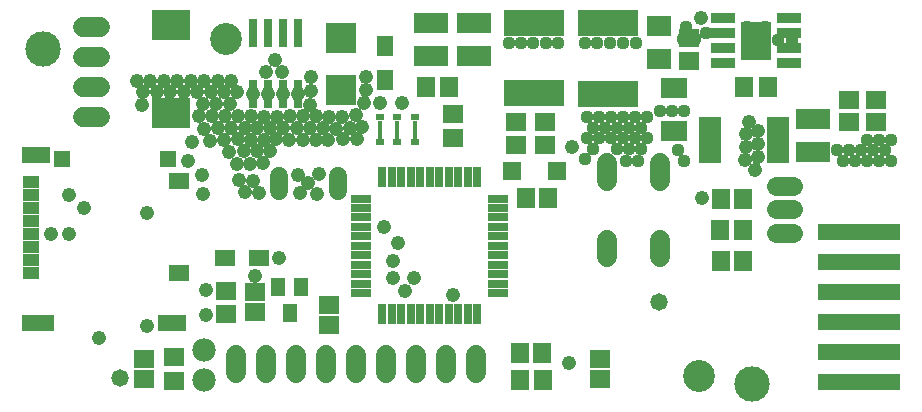
<source format=gts>
G75*
G70*
%OFA0B0*%
%FSLAX24Y24*%
%IPPOS*%
%LPD*%
%AMOC8*
5,1,8,0,0,1.08239X$1,22.5*
%
%ADD10R,0.0277X0.0671*%
%ADD11R,0.0671X0.0277*%
%ADD12R,0.0671X0.0592*%
%ADD13C,0.0674*%
%ADD14C,0.0780*%
%ADD15R,0.0592X0.0710*%
%ADD16R,0.1025X0.1025*%
%ADD17R,0.0315X0.0197*%
%ADD18R,0.0157X0.0630*%
%ADD19R,0.2049X0.0867*%
%ADD20R,0.0552X0.0671*%
%ADD21R,0.1143X0.0710*%
%ADD22R,0.0568X0.0395*%
%ADD23R,0.0572X0.0537*%
%ADD24R,0.0552X0.0537*%
%ADD25R,0.0946X0.0533*%
%ADD26R,0.1064X0.0533*%
%ADD27R,0.0671X0.0533*%
%ADD28C,0.0595*%
%ADD29R,0.0592X0.0671*%
%ADD30C,0.0680*%
%ADD31R,0.0316X0.0946*%
%ADD32C,0.0631*%
%ADD33C,0.1064*%
%ADD34C,0.0867*%
%ADD35C,0.1181*%
%ADD36R,0.1300X0.0986*%
%ADD37R,0.2730X0.0580*%
%ADD38R,0.0671X0.0552*%
%ADD39R,0.0474X0.0631*%
%ADD40R,0.0710X0.0592*%
%ADD41R,0.1029X0.1300*%
%ADD42R,0.0832X0.0320*%
%ADD43R,0.0749X0.1576*%
%ADD44R,0.0907X0.0671*%
%ADD45R,0.0789X0.0710*%
%ADD46R,0.0631X0.0631*%
%ADD47C,0.0580*%
%ADD48C,0.0476*%
%ADD49C,0.0437*%
D10*
X014697Y004317D03*
X015012Y004317D03*
X015327Y004317D03*
X015642Y004317D03*
X015957Y004317D03*
X016272Y004317D03*
X016587Y004317D03*
X016902Y004317D03*
X017217Y004317D03*
X017532Y004317D03*
X017847Y004317D03*
X017847Y008884D03*
X017532Y008884D03*
X017217Y008884D03*
X016902Y008884D03*
X016587Y008884D03*
X016272Y008884D03*
X015957Y008884D03*
X015642Y008884D03*
X015327Y008884D03*
X015012Y008884D03*
X014697Y008884D03*
D11*
X013989Y008175D03*
X013989Y007860D03*
X013989Y007545D03*
X013989Y007230D03*
X013989Y006915D03*
X013989Y006600D03*
X013989Y006285D03*
X013989Y005970D03*
X013989Y005655D03*
X013989Y005340D03*
X013989Y005025D03*
X018556Y005025D03*
X018556Y005340D03*
X018556Y005655D03*
X018556Y005970D03*
X018556Y006285D03*
X018556Y006600D03*
X018556Y006915D03*
X018556Y007230D03*
X018556Y007545D03*
X018556Y007860D03*
X018556Y008175D03*
D12*
X019151Y009964D03*
X019151Y010713D03*
X020101Y010713D03*
X020101Y009964D03*
X012901Y004623D03*
X012901Y003954D03*
X010451Y004384D03*
X010451Y005053D03*
X009475Y005087D03*
X009475Y004339D03*
X006751Y002823D03*
X006751Y002154D03*
X021941Y002151D03*
X021941Y002821D03*
X030251Y010714D03*
X030251Y011463D03*
X031151Y011463D03*
X031151Y010714D03*
D13*
X023949Y009365D02*
X023949Y008772D01*
X022178Y008772D02*
X022178Y009365D01*
X022178Y006806D02*
X022178Y006213D01*
X023949Y006213D02*
X023949Y006806D01*
X005298Y010889D02*
X004704Y010889D01*
X004704Y011889D02*
X005298Y011889D01*
X005298Y012889D02*
X004704Y012889D01*
X004704Y013889D02*
X005298Y013889D01*
D14*
X008751Y003117D03*
X008751Y002117D03*
D15*
X019269Y002135D03*
X020056Y002135D03*
X026757Y011889D03*
X027545Y011889D03*
D16*
X013313Y011800D03*
X013313Y013533D03*
D17*
X014601Y010883D03*
X015191Y010883D03*
X015782Y010883D03*
X015782Y010056D03*
X015191Y010056D03*
X014601Y010056D03*
D18*
X014601Y010470D03*
X015191Y010470D03*
X015782Y010470D03*
D19*
X019752Y011682D03*
X022212Y011677D03*
X022212Y014020D03*
X019752Y014025D03*
D20*
X014786Y013254D03*
X014786Y012113D03*
D21*
X016304Y012919D03*
X016304Y014022D03*
X017763Y014017D03*
X017763Y012914D03*
X029051Y010840D03*
X029051Y009737D03*
D22*
X002984Y008716D03*
X002984Y008283D03*
X002984Y007850D03*
X002984Y007417D03*
X002984Y006984D03*
X002984Y006550D03*
X002984Y006117D03*
X002984Y005684D03*
D23*
X004019Y009480D03*
D24*
X007547Y009480D03*
D25*
X003161Y009637D03*
X007696Y004015D03*
D26*
X003212Y004015D03*
D27*
X007925Y005708D03*
X007929Y008771D03*
D28*
X011246Y008927D02*
X011248Y008412D01*
X013217Y008423D02*
X013214Y008937D01*
D29*
X016152Y011903D03*
X016900Y011903D03*
X019477Y008189D03*
X020225Y008189D03*
X025965Y008174D03*
X026713Y008174D03*
X026711Y007126D03*
X025963Y007126D03*
X025966Y006083D03*
X026714Y006083D03*
X020025Y003039D03*
X019277Y003039D03*
D30*
X017811Y002949D02*
X017811Y002349D01*
X016811Y002349D02*
X016811Y002949D01*
X015811Y002949D02*
X015811Y002349D01*
X014811Y002349D02*
X014811Y002949D01*
X013811Y002949D02*
X013811Y002349D01*
X012811Y002349D02*
X012811Y002949D01*
X011811Y002949D02*
X011811Y002349D01*
X010811Y002349D02*
X010811Y002949D01*
X009811Y002949D02*
X009811Y002349D01*
D31*
X010371Y011655D03*
X010871Y011655D03*
X011371Y011655D03*
X011871Y011655D03*
X011871Y013702D03*
X011371Y013702D03*
X010871Y013702D03*
X010371Y013702D03*
D32*
X027829Y008606D02*
X028380Y008606D01*
X028380Y007819D02*
X027829Y007819D01*
X027829Y007031D02*
X028380Y007031D01*
D33*
X025240Y002270D03*
X009492Y013490D03*
D34*
X003381Y013159D03*
X027031Y001979D03*
D35*
X027031Y001979D03*
X003381Y013159D03*
D36*
X007651Y013952D03*
X007651Y011039D03*
D37*
X030581Y007059D03*
X030581Y006059D03*
X030581Y005059D03*
X030581Y004059D03*
X030581Y003059D03*
X030581Y002059D03*
D38*
X010592Y006185D03*
X009450Y006185D03*
D39*
X011227Y005222D03*
X011975Y005222D03*
X011601Y004355D03*
D40*
X007751Y002882D03*
X007751Y002095D03*
X017051Y010195D03*
X017051Y010982D03*
X024901Y012745D03*
X024901Y013532D03*
D41*
X027151Y013439D03*
D42*
X028246Y013689D03*
X028246Y014189D03*
X028246Y013189D03*
X028246Y012689D03*
X026057Y012689D03*
X026057Y013189D03*
X026057Y013689D03*
X026057Y014189D03*
D43*
X025629Y010139D03*
X027873Y010139D03*
D44*
X024401Y010430D03*
X024401Y011847D03*
D45*
X023901Y012837D03*
X023901Y013940D03*
D46*
X020499Y009089D03*
X019003Y009089D03*
D47*
X023901Y004739D03*
X005951Y002189D03*
D48*
X005251Y003539D03*
X006851Y003939D03*
X008801Y004289D03*
X008801Y005139D03*
X010451Y005589D03*
X011251Y006189D03*
X010581Y008359D03*
X010131Y008379D03*
X009931Y008779D03*
X010381Y008769D03*
X010281Y009329D03*
X010701Y009349D03*
X010521Y009769D03*
X010311Y010139D03*
X010741Y010139D03*
X011161Y010149D03*
X010941Y009769D03*
X011591Y010139D03*
X012041Y010139D03*
X012471Y010129D03*
X012891Y010129D03*
X012701Y010529D03*
X012271Y010539D03*
X011841Y010539D03*
X011391Y010529D03*
X011191Y010899D03*
X010961Y010539D03*
X010761Y010909D03*
X010321Y010919D03*
X010101Y010529D03*
X010531Y010519D03*
X009871Y010149D03*
X010071Y009769D03*
X009861Y009339D03*
X009571Y009719D03*
X009411Y010139D03*
X008961Y010089D03*
X008761Y010479D03*
X009211Y010529D03*
X009641Y010519D03*
X009441Y010919D03*
X009011Y010919D03*
X009161Y011329D03*
X008731Y011339D03*
X008571Y010929D03*
X007951Y011239D03*
X008071Y011729D03*
X007851Y012089D03*
X007621Y011729D03*
X007401Y012089D03*
X007181Y011739D03*
X006951Y012089D03*
X006731Y011729D03*
X006501Y012089D03*
X006691Y011289D03*
X007351Y011239D03*
X008511Y011719D03*
X008301Y012089D03*
X008751Y012089D03*
X008971Y011729D03*
X009201Y012089D03*
X009421Y011729D03*
X009651Y012089D03*
X009851Y011719D03*
X009631Y011319D03*
X009871Y010919D03*
X010371Y011659D03*
X010871Y011659D03*
X011371Y011659D03*
X011871Y011659D03*
X012311Y011759D03*
X012281Y011289D03*
X012481Y010919D03*
X012051Y010929D03*
X011621Y010919D03*
X012911Y010909D03*
X013341Y010909D03*
X013141Y010509D03*
X013391Y010149D03*
X013841Y010149D03*
X013601Y010519D03*
X014031Y010559D03*
X013821Y010959D03*
X014091Y011359D03*
X014161Y011799D03*
X014151Y012239D03*
X013551Y011989D03*
X013101Y011989D03*
X013301Y011589D03*
X012311Y012239D03*
X011351Y012389D03*
X011101Y012789D03*
X010801Y012389D03*
X008341Y010059D03*
X008221Y009419D03*
X008671Y008969D03*
X008701Y008339D03*
X006851Y007689D03*
X004740Y007850D03*
X004251Y008289D03*
X004251Y006989D03*
X003651Y006989D03*
X011871Y008949D03*
X012231Y008689D03*
X011941Y008359D03*
X012531Y008339D03*
X012571Y008979D03*
X014751Y007239D03*
X015201Y006689D03*
X015051Y006089D03*
X015051Y005539D03*
X015451Y005089D03*
X015751Y005539D03*
X017061Y004969D03*
X020901Y002689D03*
X025351Y008189D03*
X026771Y009459D03*
X027101Y009139D03*
X027231Y009549D03*
X026801Y009889D03*
X027221Y009989D03*
X027231Y010429D03*
X026811Y010319D03*
X026921Y010729D03*
X025301Y014189D03*
X021001Y009889D03*
X015351Y011349D03*
X014601Y011369D03*
X014801Y012189D03*
D49*
X018921Y013369D03*
X019331Y013359D03*
X019731Y013359D03*
X020151Y013359D03*
X020162Y013816D03*
X019751Y013839D03*
X019351Y013839D03*
X018951Y013839D03*
X020555Y013822D03*
X020551Y013369D03*
X021451Y013349D03*
X021861Y013349D03*
X022281Y013359D03*
X022701Y013349D03*
X023151Y013359D03*
X023001Y013839D03*
X022601Y013839D03*
X022201Y013839D03*
X021801Y013839D03*
X021401Y013839D03*
X023701Y013839D03*
X024101Y013839D03*
X024701Y013489D03*
X025101Y013489D03*
X025486Y013681D03*
X024801Y013889D03*
X026851Y013889D03*
X027151Y013689D03*
X027451Y013889D03*
X027451Y013489D03*
X027151Y013289D03*
X026851Y013489D03*
X026851Y013039D03*
X027451Y013039D03*
X027891Y013449D03*
X028351Y013439D03*
X024751Y011089D03*
X024351Y011089D03*
X023951Y011089D03*
X023501Y010889D03*
X023301Y010539D03*
X022901Y010539D03*
X022501Y010539D03*
X022301Y010889D03*
X021901Y010889D03*
X021501Y010889D03*
X021701Y010539D03*
X022101Y010539D03*
X021901Y010189D03*
X021501Y010189D03*
X021701Y009839D03*
X021451Y009489D03*
X022301Y010189D03*
X022701Y010189D03*
X023101Y010189D03*
X023501Y010189D03*
X023301Y009839D03*
X022901Y009839D03*
X022501Y009839D03*
X022801Y009439D03*
X023201Y009439D03*
X024551Y009789D03*
X024751Y009439D03*
X024601Y010539D03*
X024201Y010539D03*
X023101Y010889D03*
X022701Y010889D03*
X029851Y009789D03*
X030251Y009789D03*
X030651Y009789D03*
X031051Y009789D03*
X030851Y010139D03*
X031251Y010139D03*
X031651Y010139D03*
X031451Y009789D03*
X031251Y009439D03*
X030851Y009439D03*
X030451Y009439D03*
X030051Y009439D03*
X031651Y009439D03*
M02*

</source>
